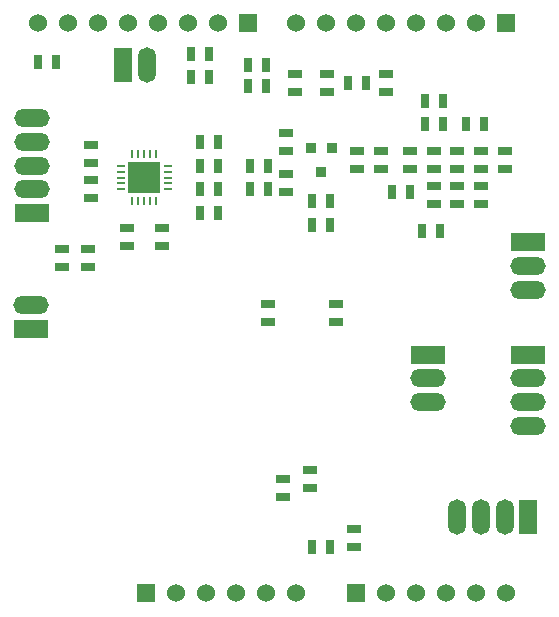
<source format=gts>
G04 (created by PCBNEW (2013-07-07 BZR 4022)-stable) date Tue 29 Oct 2013 08:55:39 AM NZDT*
%MOIN*%
G04 Gerber Fmt 3.4, Leading zero omitted, Abs format*
%FSLAX34Y34*%
G01*
G70*
G90*
G04 APERTURE LIST*
%ADD10C,0.00590551*%
%ADD11O,0.1181X0.0591*%
%ADD12R,0.1181X0.0591*%
%ADD13R,0.06X0.06*%
%ADD14C,0.06*%
%ADD15R,0.036X0.036*%
%ADD16R,0.025X0.045*%
%ADD17R,0.045X0.025*%
%ADD18O,0.0591X0.1181*%
%ADD19R,0.0591X0.1181*%
%ADD20O,0.0315X0.0098*%
%ADD21O,0.0098X0.0315*%
%ADD22R,0.0531496X0.0525591*%
G04 APERTURE END LIST*
G54D10*
G54D11*
X11184Y-20393D03*
G54D12*
X11184Y-21181D03*
G54D11*
X27756Y-23622D03*
X27756Y-22835D03*
G54D12*
X27756Y-22047D03*
G54D11*
X27756Y-24409D03*
X11220Y-15748D03*
X11220Y-16535D03*
G54D12*
X11220Y-17323D03*
G54D11*
X11220Y-14961D03*
X11220Y-14173D03*
G54D13*
X27000Y-11000D03*
G54D14*
X26000Y-11000D03*
X25000Y-11000D03*
X24000Y-11000D03*
X23000Y-11000D03*
X22000Y-11000D03*
X21000Y-11000D03*
X20000Y-11000D03*
G54D13*
X22000Y-30000D03*
G54D14*
X23000Y-30000D03*
X24000Y-30000D03*
X25000Y-30000D03*
X26000Y-30000D03*
X27000Y-30000D03*
G54D13*
X15000Y-30000D03*
G54D14*
X16000Y-30000D03*
X17000Y-30000D03*
X18000Y-30000D03*
X19000Y-30000D03*
X20000Y-30000D03*
G54D13*
X18400Y-11000D03*
G54D14*
X17400Y-11000D03*
X16400Y-11000D03*
X15400Y-11000D03*
X14400Y-11000D03*
X13400Y-11000D03*
X12400Y-11000D03*
X11400Y-11000D03*
G54D15*
X20516Y-15151D03*
X21216Y-15151D03*
X20866Y-15951D03*
G54D16*
X21166Y-17716D03*
X20566Y-17716D03*
X24207Y-17913D03*
X24807Y-17913D03*
X19099Y-15748D03*
X18499Y-15748D03*
X19099Y-16535D03*
X18499Y-16535D03*
X17425Y-15748D03*
X16825Y-15748D03*
X17425Y-14960D03*
X16825Y-14960D03*
X17425Y-16535D03*
X16825Y-16535D03*
G54D17*
X23818Y-15251D03*
X23818Y-15851D03*
X24606Y-15251D03*
X24606Y-15851D03*
G54D16*
X17425Y-17322D03*
X16825Y-17322D03*
G54D17*
X24606Y-16432D03*
X24606Y-17032D03*
G54D16*
X24306Y-13582D03*
X24906Y-13582D03*
G54D17*
X19685Y-15260D03*
X19685Y-14660D03*
X19685Y-16038D03*
X19685Y-16638D03*
G54D16*
X21166Y-16929D03*
X20566Y-16929D03*
G54D17*
X22834Y-15251D03*
X22834Y-15851D03*
X22047Y-15251D03*
X22047Y-15851D03*
X26181Y-17032D03*
X26181Y-16432D03*
G54D16*
X23823Y-16633D03*
X23223Y-16633D03*
G54D17*
X25393Y-17032D03*
X25393Y-16432D03*
X25393Y-15251D03*
X25393Y-15851D03*
X26181Y-15251D03*
X26181Y-15851D03*
G54D16*
X25684Y-14370D03*
X26284Y-14370D03*
G54D17*
X26968Y-15251D03*
X26968Y-15851D03*
G54D16*
X24306Y-14370D03*
X24906Y-14370D03*
G54D17*
X15551Y-17810D03*
X15551Y-18410D03*
X14370Y-18410D03*
X14370Y-17810D03*
X13188Y-16835D03*
X13188Y-16235D03*
X13188Y-15654D03*
X13188Y-15054D03*
G54D16*
X20566Y-28444D03*
X21166Y-28444D03*
G54D17*
X21948Y-28449D03*
X21948Y-27849D03*
G54D16*
X12012Y-12303D03*
X11412Y-12303D03*
G54D17*
X19980Y-12692D03*
X19980Y-13292D03*
X23031Y-12692D03*
X23031Y-13292D03*
X21062Y-12692D03*
X21062Y-13292D03*
G54D16*
X21747Y-12992D03*
X22347Y-12992D03*
X18400Y-12401D03*
X19000Y-12401D03*
X18400Y-13090D03*
X19000Y-13090D03*
G54D17*
X19586Y-26176D03*
X19586Y-26776D03*
X20472Y-25881D03*
X20472Y-26481D03*
X19094Y-20369D03*
X19094Y-20969D03*
X21338Y-20369D03*
X21338Y-20969D03*
G54D16*
X17130Y-12007D03*
X16530Y-12007D03*
X16530Y-12795D03*
X17130Y-12795D03*
G54D18*
X26181Y-27460D03*
X26968Y-27460D03*
G54D19*
X27756Y-27460D03*
G54D18*
X25394Y-27460D03*
X15039Y-12404D03*
G54D19*
X14251Y-12404D03*
G54D20*
X15748Y-16535D03*
X15748Y-16338D03*
X15748Y-16141D03*
X15748Y-15944D03*
X15748Y-15748D03*
G54D21*
X15157Y-15354D03*
X14960Y-15354D03*
X14763Y-15354D03*
X14566Y-15354D03*
X15354Y-15354D03*
G54D20*
X14173Y-15748D03*
X14173Y-15944D03*
X14173Y-16141D03*
X14173Y-16338D03*
X14173Y-16535D03*
G54D21*
X14566Y-16929D03*
X14763Y-16929D03*
X14960Y-16929D03*
X15157Y-16929D03*
X15354Y-16929D03*
G54D22*
X14692Y-16405D03*
X15224Y-16405D03*
X15224Y-15881D03*
X14692Y-15881D03*
G54D17*
X12204Y-18518D03*
X12204Y-19118D03*
X13070Y-18518D03*
X13070Y-19118D03*
G54D11*
X27756Y-19881D03*
X27756Y-19094D03*
G54D12*
X27756Y-18306D03*
G54D11*
X24409Y-23621D03*
X24409Y-22834D03*
G54D12*
X24409Y-22046D03*
M02*

</source>
